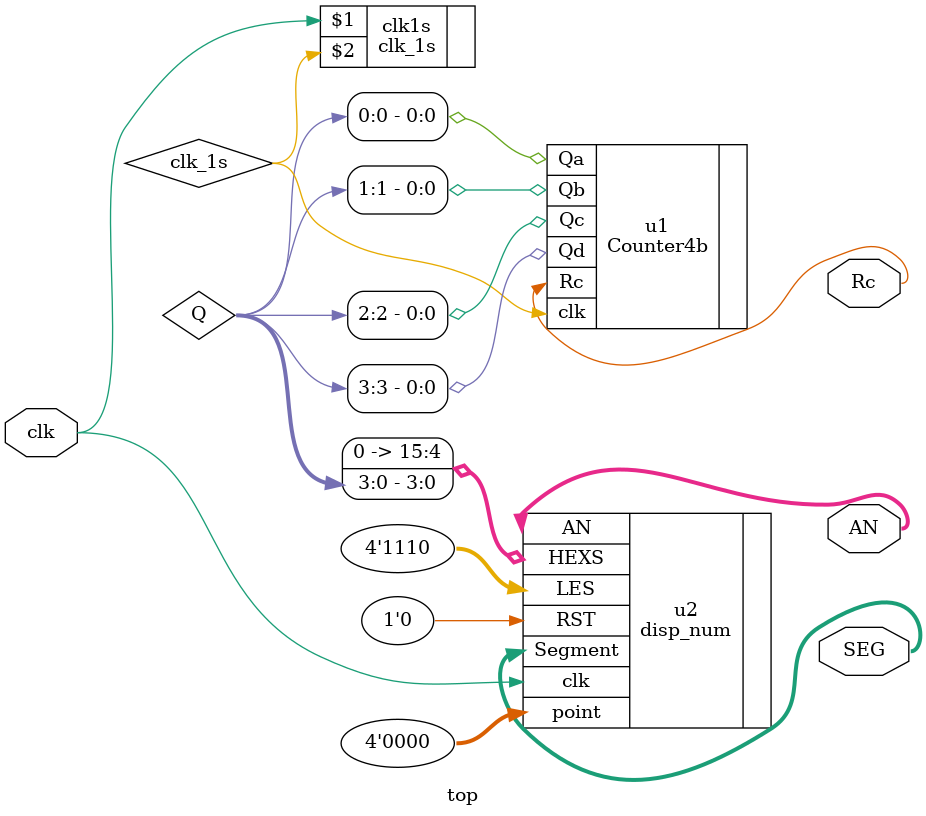
<source format=v>
`timescale 1ns / 1ps
module top(
	input wire clk,
	output wire [7:0] SEG,
	output wire [3:0] AN,
	output wire Rc
   );
	
	wire clk_1s;
	wire [3:0] Q;

	clk_1s clk1s(clk, clk_1s);
	
	Counter4b u1(.clk(clk_1s), .Qa(Q[0]), .Qb(Q[1]), .Qc(Q[2]), .Qd(Q[3]), .Rc(Rc));
	
	disp_num u2(.clk(clk), .RST(1'b0), .HEXS({12'b0,Q}), .point(4'b0), .LES(4'b1110), .Segment(SEG), .AN(AN));

endmodule

</source>
